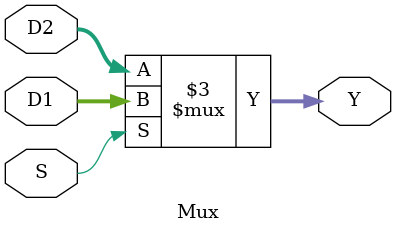
<source format=v>
`timescale 1ns / 1ps


module Mux(
    input S,
    input wire [31:0] D1,
    input wire [31:0] D2,
    output reg [31:0] Y 
    );
    
    //define behavior
always@(*) begin    
    if(S) begin
        Y <= D1;
    end 
    else begin
        Y <= D2;
    end
end
endmodule

</source>
